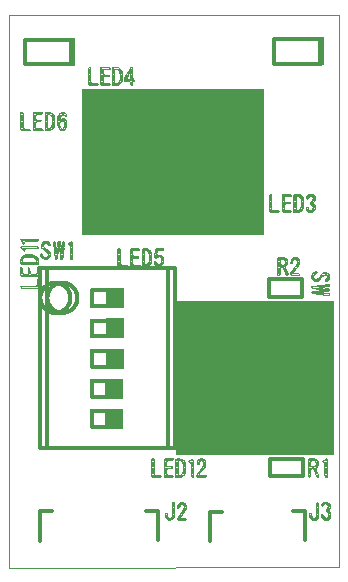
<source format=gto>
G75*
%MOIN*%
%OFA0B0*%
%FSLAX25Y25*%
%IPPOS*%
%LPD*%
%AMOC8*
5,1,8,0,0,1.08239X$1,22.5*
%
%ADD10C,0.00394*%
%ADD11R,0.61092X0.48807*%
%ADD12R,0.52663X0.51526*%
%ADD13C,0.01200*%
%ADD14R,0.06455X0.06630*%
%ADD15C,0.01417*%
%ADD16R,0.01038X0.01017*%
%ADD17R,0.02495X0.09466*%
%ADD18R,0.02495X0.09466*%
D10*
X0004414Y0002067D02*
X0114478Y0002130D01*
X0114478Y0186381D01*
X0004414Y0186319D01*
X0004414Y0002067D01*
X0052131Y0032341D02*
X0054493Y0032341D01*
X0055163Y0032459D01*
X0054842Y0032925D01*
X0053268Y0032925D01*
X0052650Y0033095D01*
X0052650Y0037819D01*
X0052480Y0038437D01*
X0051896Y0038234D01*
X0051896Y0035256D01*
X0051896Y0032894D01*
X0052131Y0032341D01*
X0051995Y0032660D02*
X0055025Y0032660D01*
X0056001Y0032848D02*
X0056283Y0032343D01*
X0058645Y0032343D01*
X0059268Y0032507D01*
X0058901Y0032927D01*
X0057326Y0032927D01*
X0056755Y0033143D01*
X0056755Y0034718D01*
X0056995Y0035265D01*
X0058570Y0035265D01*
X0058849Y0035773D01*
X0058138Y0035849D01*
X0057351Y0035849D01*
X0056755Y0036040D01*
X0056755Y0037615D01*
X0057304Y0037853D01*
X0058879Y0037853D01*
X0059101Y0038419D01*
X0058331Y0038437D01*
X0056757Y0038437D01*
X0056001Y0038405D01*
X0056001Y0035210D01*
X0056001Y0032848D01*
X0056001Y0033052D02*
X0056995Y0033052D01*
X0056755Y0033444D02*
X0056001Y0033444D01*
X0056001Y0033837D02*
X0056755Y0033837D01*
X0056755Y0034229D02*
X0056001Y0034229D01*
X0056001Y0034621D02*
X0056755Y0034621D01*
X0056885Y0035013D02*
X0056001Y0035013D01*
X0056001Y0035405D02*
X0058647Y0035405D01*
X0058617Y0035798D02*
X0056001Y0035798D01*
X0056001Y0036190D02*
X0056755Y0036190D01*
X0056755Y0036582D02*
X0056001Y0036582D01*
X0056001Y0036974D02*
X0056755Y0036974D01*
X0056755Y0037367D02*
X0056001Y0037367D01*
X0056001Y0037759D02*
X0057087Y0037759D01*
X0056001Y0038151D02*
X0058996Y0038151D01*
X0059939Y0038151D02*
X0061313Y0038151D01*
X0061410Y0038151D02*
X0062227Y0038151D01*
X0062173Y0038199D02*
X0061464Y0038382D01*
X0061329Y0037803D01*
X0061973Y0037463D01*
X0062345Y0036781D01*
X0062480Y0036006D01*
X0062514Y0035220D01*
X0062456Y0034436D01*
X0062234Y0033685D01*
X0061703Y0033115D01*
X0061461Y0033005D01*
X0060693Y0032936D01*
X0060693Y0037660D01*
X0061238Y0037812D01*
X0061367Y0038396D01*
X0060630Y0038432D01*
X0059939Y0038360D01*
X0059939Y0034765D01*
X0059938Y0032403D01*
X0060650Y0032352D01*
X0061435Y0032403D01*
X0062186Y0032622D01*
X0062768Y0033145D01*
X0063114Y0033846D01*
X0063224Y0034624D01*
X0063243Y0035411D01*
X0063219Y0036198D01*
X0063103Y0036975D01*
X0062755Y0037675D01*
X0062173Y0038199D01*
X0062662Y0037759D02*
X0061412Y0037759D01*
X0061046Y0037759D02*
X0059939Y0037759D01*
X0059939Y0037367D02*
X0060693Y0037367D01*
X0060693Y0036974D02*
X0059939Y0036974D01*
X0059939Y0036582D02*
X0060693Y0036582D01*
X0060693Y0036190D02*
X0059939Y0036190D01*
X0059939Y0035798D02*
X0060693Y0035798D01*
X0060693Y0035405D02*
X0059939Y0035405D01*
X0059939Y0035013D02*
X0060693Y0035013D01*
X0060693Y0034621D02*
X0059939Y0034621D01*
X0059939Y0034229D02*
X0060693Y0034229D01*
X0060693Y0033837D02*
X0059939Y0033837D01*
X0059939Y0033444D02*
X0060693Y0033444D01*
X0060693Y0033052D02*
X0059939Y0033052D01*
X0059938Y0032660D02*
X0062228Y0032660D01*
X0062665Y0033052D02*
X0061565Y0033052D01*
X0062010Y0033444D02*
X0062916Y0033444D01*
X0063109Y0033837D02*
X0062279Y0033837D01*
X0062395Y0034229D02*
X0063168Y0034229D01*
X0063223Y0034621D02*
X0062469Y0034621D01*
X0062498Y0035013D02*
X0063233Y0035013D01*
X0063243Y0035405D02*
X0062506Y0035405D01*
X0062489Y0035798D02*
X0063231Y0035798D01*
X0063219Y0036190D02*
X0062448Y0036190D01*
X0062379Y0036582D02*
X0063162Y0036582D01*
X0063103Y0036974D02*
X0062239Y0036974D01*
X0062025Y0037367D02*
X0062908Y0037367D01*
X0064169Y0037593D02*
X0064424Y0037185D01*
X0065049Y0037022D01*
X0065049Y0035447D01*
X0065049Y0034036D01*
X0065048Y0032462D01*
X0065714Y0032341D01*
X0065718Y0036273D01*
X0065716Y0037060D01*
X0065704Y0037848D01*
X0065432Y0038391D01*
X0064910Y0037813D01*
X0064169Y0037593D01*
X0064310Y0037367D02*
X0065711Y0037367D01*
X0065705Y0037759D02*
X0064728Y0037759D01*
X0065215Y0038151D02*
X0065552Y0038151D01*
X0065716Y0036974D02*
X0065049Y0036974D01*
X0065049Y0036582D02*
X0065717Y0036582D01*
X0065718Y0036190D02*
X0065049Y0036190D01*
X0065049Y0035798D02*
X0065718Y0035798D01*
X0065717Y0035405D02*
X0065049Y0035405D01*
X0065049Y0035013D02*
X0065717Y0035013D01*
X0065717Y0034621D02*
X0065049Y0034621D01*
X0065049Y0034229D02*
X0065716Y0034229D01*
X0065716Y0033837D02*
X0065049Y0033837D01*
X0065048Y0033444D02*
X0065715Y0033444D01*
X0065715Y0033052D02*
X0065048Y0033052D01*
X0065048Y0032660D02*
X0065715Y0032660D01*
X0066808Y0032577D02*
X0066815Y0032675D01*
X0067142Y0033388D01*
X0067564Y0034053D01*
X0068024Y0034692D01*
X0068514Y0035308D01*
X0068959Y0035957D01*
X0069178Y0036708D01*
X0069049Y0037474D01*
X0068410Y0037851D01*
X0067792Y0037424D01*
X0067646Y0036659D01*
X0067085Y0036433D01*
X0066997Y0037029D01*
X0067257Y0037769D01*
X0067810Y0038313D01*
X0068579Y0038420D01*
X0069321Y0038186D01*
X0069773Y0037554D01*
X0069904Y0036783D01*
X0069750Y0036015D01*
X0069358Y0035334D01*
X0068882Y0034707D01*
X0068382Y0034098D01*
X0067917Y0033463D01*
X0067695Y0032926D01*
X0069270Y0032926D01*
X0069992Y0032860D01*
X0069722Y0032342D01*
X0067360Y0032342D01*
X0066808Y0032577D01*
X0066814Y0032660D02*
X0069888Y0032660D01*
X0068190Y0033837D02*
X0067426Y0033837D01*
X0067178Y0033444D02*
X0067909Y0033444D01*
X0067748Y0033052D02*
X0066988Y0033052D01*
X0067690Y0034229D02*
X0068489Y0034229D01*
X0068812Y0034621D02*
X0067973Y0034621D01*
X0068279Y0035013D02*
X0069114Y0035013D01*
X0069399Y0035405D02*
X0068581Y0035405D01*
X0068850Y0035798D02*
X0069625Y0035798D01*
X0069785Y0036190D02*
X0069027Y0036190D01*
X0069141Y0036582D02*
X0069863Y0036582D01*
X0069871Y0036974D02*
X0069133Y0036974D01*
X0069067Y0037367D02*
X0069805Y0037367D01*
X0069627Y0037759D02*
X0068567Y0037759D01*
X0068277Y0037759D02*
X0067253Y0037759D01*
X0067116Y0037367D02*
X0067781Y0037367D01*
X0067706Y0036974D02*
X0067006Y0036974D01*
X0067063Y0036582D02*
X0067455Y0036582D01*
X0067645Y0038151D02*
X0069346Y0038151D01*
X0059134Y0032660D02*
X0056106Y0032660D01*
X0052805Y0033052D02*
X0051896Y0033052D01*
X0051896Y0033444D02*
X0052650Y0033444D01*
X0052650Y0033837D02*
X0051896Y0033837D01*
X0051896Y0034229D02*
X0052650Y0034229D01*
X0052650Y0034621D02*
X0051896Y0034621D01*
X0051896Y0035013D02*
X0052650Y0035013D01*
X0052650Y0035405D02*
X0051896Y0035405D01*
X0051896Y0035798D02*
X0052650Y0035798D01*
X0052650Y0036190D02*
X0051896Y0036190D01*
X0051896Y0036582D02*
X0052650Y0036582D01*
X0052650Y0036974D02*
X0051896Y0036974D01*
X0051896Y0037367D02*
X0052650Y0037367D01*
X0052650Y0037759D02*
X0051896Y0037759D01*
X0051896Y0038151D02*
X0052559Y0038151D01*
X0058765Y0023853D02*
X0058759Y0020703D01*
X0058740Y0019916D01*
X0058661Y0019134D01*
X0058167Y0018592D01*
X0057414Y0018712D01*
X0057116Y0019426D01*
X0057090Y0020212D01*
X0056407Y0020316D01*
X0056384Y0019625D01*
X0056551Y0018858D01*
X0056981Y0018209D01*
X0057913Y0017891D01*
X0058668Y0018087D01*
X0059227Y0018628D01*
X0059420Y0019386D01*
X0059466Y0020172D01*
X0059485Y0020959D01*
X0059525Y0023320D01*
X0059417Y0023988D01*
X0058765Y0023853D01*
X0058765Y0023639D02*
X0059473Y0023639D01*
X0059524Y0023247D02*
X0058764Y0023247D01*
X0058763Y0022855D02*
X0059517Y0022855D01*
X0059511Y0022462D02*
X0058763Y0022462D01*
X0058762Y0022070D02*
X0059504Y0022070D01*
X0059497Y0021678D02*
X0058761Y0021678D01*
X0058760Y0021286D02*
X0059491Y0021286D01*
X0059484Y0020894D02*
X0058760Y0020894D01*
X0058755Y0020501D02*
X0059474Y0020501D01*
X0059462Y0020109D02*
X0058745Y0020109D01*
X0058720Y0019717D02*
X0059439Y0019717D01*
X0059405Y0019325D02*
X0058680Y0019325D01*
X0058477Y0018933D02*
X0059305Y0018933D01*
X0059136Y0018540D02*
X0056761Y0018540D01*
X0056535Y0018933D02*
X0057322Y0018933D01*
X0057158Y0019325D02*
X0056449Y0019325D01*
X0056387Y0019717D02*
X0057106Y0019717D01*
X0057093Y0020109D02*
X0056400Y0020109D01*
X0057160Y0018148D02*
X0058731Y0018148D01*
X0060387Y0018315D02*
X0060819Y0017895D01*
X0063181Y0017895D01*
X0063540Y0018324D01*
X0062909Y0018479D01*
X0061334Y0018479D01*
X0061416Y0018943D01*
X0061877Y0019581D01*
X0062374Y0020191D01*
X0062855Y0020814D01*
X0063263Y0021487D01*
X0063449Y0022247D01*
X0063352Y0023023D01*
X0062940Y0023683D01*
X0062217Y0023964D01*
X0061440Y0023904D01*
X0060852Y0023400D01*
X0060566Y0022670D01*
X0060545Y0021986D01*
X0061195Y0022124D01*
X0061303Y0022897D01*
X0061871Y0023394D01*
X0062552Y0023105D01*
X0062732Y0022351D01*
X0062547Y0021591D01*
X0062117Y0020933D01*
X0061628Y0020316D01*
X0061163Y0019681D01*
X0060737Y0019019D01*
X0060387Y0018315D01*
X0060559Y0018148D02*
X0063393Y0018148D01*
X0061692Y0019325D02*
X0060933Y0019325D01*
X0060694Y0018933D02*
X0061414Y0018933D01*
X0061345Y0018540D02*
X0060499Y0018540D01*
X0061189Y0019717D02*
X0061987Y0019717D01*
X0062307Y0020109D02*
X0061477Y0020109D01*
X0061775Y0020501D02*
X0062614Y0020501D01*
X0062903Y0020894D02*
X0062086Y0020894D01*
X0062347Y0021286D02*
X0063141Y0021286D01*
X0063310Y0021678D02*
X0062568Y0021678D01*
X0062664Y0022070D02*
X0063406Y0022070D01*
X0063422Y0022462D02*
X0062706Y0022462D01*
X0062612Y0022855D02*
X0063373Y0022855D01*
X0063212Y0023247D02*
X0062217Y0023247D01*
X0061703Y0023247D02*
X0060792Y0023247D01*
X0060638Y0022855D02*
X0061297Y0022855D01*
X0061242Y0022462D02*
X0060559Y0022462D01*
X0060548Y0022070D02*
X0060941Y0022070D01*
X0061131Y0023639D02*
X0062967Y0023639D01*
X0104416Y0020170D02*
X0104510Y0019388D01*
X0104766Y0018648D01*
X0105332Y0018118D01*
X0105535Y0018036D01*
X0106314Y0018012D01*
X0107012Y0018357D01*
X0107426Y0019013D01*
X0107525Y0019792D01*
X0107555Y0020579D01*
X0107610Y0023728D01*
X0107172Y0024072D01*
X0106844Y0023612D01*
X0106842Y0021250D01*
X0106833Y0020463D01*
X0106800Y0019677D01*
X0106627Y0018916D01*
X0105924Y0018652D01*
X0105314Y0019063D01*
X0105170Y0019832D01*
X0104949Y0020400D01*
X0104416Y0020170D01*
X0104423Y0020109D02*
X0105062Y0020109D01*
X0105191Y0019717D02*
X0104471Y0019717D01*
X0104532Y0019325D02*
X0105265Y0019325D01*
X0105507Y0018933D02*
X0104667Y0018933D01*
X0104880Y0018540D02*
X0107128Y0018540D01*
X0107375Y0018933D02*
X0106631Y0018933D01*
X0106720Y0019325D02*
X0107465Y0019325D01*
X0107515Y0019717D02*
X0106802Y0019717D01*
X0106818Y0020109D02*
X0107537Y0020109D01*
X0107552Y0020501D02*
X0106834Y0020501D01*
X0106838Y0020894D02*
X0107560Y0020894D01*
X0107567Y0021286D02*
X0106842Y0021286D01*
X0106842Y0021678D02*
X0107574Y0021678D01*
X0107581Y0022070D02*
X0106843Y0022070D01*
X0106843Y0022462D02*
X0107588Y0022462D01*
X0107595Y0022855D02*
X0106843Y0022855D01*
X0106844Y0023247D02*
X0107601Y0023247D01*
X0107608Y0023639D02*
X0106863Y0023639D01*
X0107143Y0024031D02*
X0107224Y0024031D01*
X0108793Y0023247D02*
X0109598Y0023247D01*
X0109831Y0023519D02*
X0110533Y0023288D01*
X0110776Y0022553D01*
X0110611Y0021798D01*
X0109954Y0021413D01*
X0109964Y0020839D01*
X0110649Y0020522D01*
X0110856Y0019775D01*
X0110730Y0019006D01*
X0110092Y0018581D01*
X0109384Y0018846D01*
X0109107Y0019565D01*
X0108503Y0019816D01*
X0108491Y0019164D01*
X0108813Y0018454D01*
X0109597Y0018018D01*
X0110381Y0018019D01*
X0111068Y0018378D01*
X0111488Y0019036D01*
X0111599Y0019809D01*
X0111355Y0020548D01*
X0110768Y0021056D01*
X0111140Y0021590D01*
X0111445Y0022295D01*
X0111387Y0023078D01*
X0110982Y0023736D01*
X0110279Y0024060D01*
X0109503Y0023983D01*
X0108908Y0023487D01*
X0108571Y0022781D01*
X0108889Y0022421D01*
X0109831Y0023519D01*
X0109990Y0024031D02*
X0110341Y0024031D01*
X0111042Y0023639D02*
X0109090Y0023639D01*
X0109261Y0022855D02*
X0108606Y0022855D01*
X0108853Y0022462D02*
X0108925Y0022462D01*
X0109956Y0021286D02*
X0110928Y0021286D01*
X0110956Y0020894D02*
X0109963Y0020894D01*
X0110655Y0020501D02*
X0111371Y0020501D01*
X0111500Y0020109D02*
X0110763Y0020109D01*
X0110846Y0019717D02*
X0111586Y0019717D01*
X0111530Y0019325D02*
X0110782Y0019325D01*
X0110620Y0018933D02*
X0111423Y0018933D01*
X0111172Y0018540D02*
X0108773Y0018540D01*
X0108596Y0018933D02*
X0109350Y0018933D01*
X0109199Y0019325D02*
X0108494Y0019325D01*
X0108502Y0019717D02*
X0108740Y0019717D01*
X0109362Y0018148D02*
X0110628Y0018148D01*
X0110407Y0021678D02*
X0111178Y0021678D01*
X0111348Y0022070D02*
X0110671Y0022070D01*
X0110756Y0022462D02*
X0111433Y0022462D01*
X0111404Y0022855D02*
X0110676Y0022855D01*
X0110547Y0023247D02*
X0111283Y0023247D01*
X0106590Y0018148D02*
X0105299Y0018148D01*
X0104456Y0032342D02*
X0104927Y0032659D01*
X0104927Y0035021D01*
X0105506Y0035169D01*
X0105544Y0035773D01*
X0104926Y0035886D01*
X0104926Y0037460D01*
X0105322Y0037852D01*
X0106102Y0037775D01*
X0106682Y0037285D01*
X0106729Y0036508D01*
X0106347Y0035918D01*
X0105640Y0035774D01*
X0105587Y0035145D01*
X0106008Y0034701D01*
X0106838Y0032489D01*
X0107521Y0032369D01*
X0107381Y0033062D01*
X0106531Y0035259D01*
X0107146Y0035741D01*
X0107450Y0036459D01*
X0107427Y0037241D01*
X0107079Y0037938D01*
X0106426Y0038357D01*
X0105642Y0038417D01*
X0104855Y0038437D01*
X0104172Y0038349D01*
X0104172Y0035987D01*
X0104172Y0035209D01*
X0104173Y0032847D01*
X0104456Y0032342D01*
X0104277Y0032660D02*
X0104927Y0032660D01*
X0104927Y0033052D02*
X0104173Y0033052D01*
X0104173Y0033444D02*
X0104927Y0033444D01*
X0104927Y0033837D02*
X0104172Y0033837D01*
X0104172Y0034229D02*
X0104927Y0034229D01*
X0104927Y0034621D02*
X0104172Y0034621D01*
X0104172Y0035013D02*
X0104927Y0035013D01*
X0105521Y0035405D02*
X0104172Y0035405D01*
X0104172Y0035798D02*
X0105411Y0035798D01*
X0105755Y0035798D02*
X0107170Y0035798D01*
X0107336Y0036190D02*
X0106523Y0036190D01*
X0106725Y0036582D02*
X0107446Y0036582D01*
X0107435Y0036974D02*
X0106701Y0036974D01*
X0106585Y0037367D02*
X0107364Y0037367D01*
X0107168Y0037759D02*
X0106121Y0037759D01*
X0106747Y0038151D02*
X0104172Y0038151D01*
X0104172Y0037759D02*
X0105228Y0037759D01*
X0104926Y0037367D02*
X0104172Y0037367D01*
X0104172Y0036974D02*
X0104926Y0036974D01*
X0104926Y0036582D02*
X0104172Y0036582D01*
X0104172Y0036190D02*
X0104926Y0036190D01*
X0105609Y0035405D02*
X0106717Y0035405D01*
X0106626Y0035013D02*
X0105713Y0035013D01*
X0106038Y0034621D02*
X0106778Y0034621D01*
X0106930Y0034229D02*
X0106185Y0034229D01*
X0106332Y0033837D02*
X0107082Y0033837D01*
X0107234Y0033444D02*
X0106480Y0033444D01*
X0106627Y0033052D02*
X0107384Y0033052D01*
X0107462Y0032660D02*
X0106774Y0032660D01*
X0109623Y0032660D02*
X0110370Y0032660D01*
X0110370Y0032386D02*
X0110370Y0037897D01*
X0110123Y0038432D01*
X0109605Y0037865D01*
X0108879Y0037601D01*
X0109016Y0037185D01*
X0109617Y0036998D01*
X0109617Y0034692D01*
X0109617Y0033117D01*
X0109628Y0032341D01*
X0110370Y0032386D01*
X0110370Y0033052D02*
X0109618Y0033052D01*
X0109617Y0033444D02*
X0110370Y0033444D01*
X0110370Y0033837D02*
X0109617Y0033837D01*
X0109617Y0034229D02*
X0110370Y0034229D01*
X0110370Y0034621D02*
X0109617Y0034621D01*
X0109617Y0035013D02*
X0110370Y0035013D01*
X0110370Y0035405D02*
X0109617Y0035405D01*
X0109617Y0035798D02*
X0110370Y0035798D01*
X0110370Y0036190D02*
X0109617Y0036190D01*
X0109617Y0036582D02*
X0110370Y0036582D01*
X0110370Y0036974D02*
X0109617Y0036974D01*
X0108956Y0037367D02*
X0110370Y0037367D01*
X0110370Y0037759D02*
X0109314Y0037759D01*
X0109866Y0038151D02*
X0110253Y0038151D01*
X0111091Y0092887D02*
X0110306Y0092941D01*
X0107958Y0093201D01*
X0107712Y0093232D01*
X0105367Y0093512D01*
X0105121Y0094065D01*
X0105880Y0094243D01*
X0109006Y0094621D01*
X0109444Y0094800D01*
X0108665Y0094912D01*
X0107884Y0095013D01*
X0105540Y0095300D01*
X0105099Y0095726D01*
X0105690Y0096040D01*
X0108819Y0096394D01*
X0110385Y0096564D01*
X0111168Y0096637D01*
X0111058Y0096044D01*
X0110278Y0095940D01*
X0108711Y0095786D01*
X0107928Y0095697D01*
X0107787Y0095527D01*
X0108566Y0095421D01*
X0110911Y0095136D01*
X0111277Y0094648D01*
X0110648Y0094354D01*
X0109868Y0094245D01*
X0108306Y0094047D01*
X0107526Y0093938D01*
X0108105Y0093783D01*
X0109671Y0093615D01*
X0111237Y0093462D01*
X0111091Y0092887D01*
X0111135Y0093061D02*
X0109225Y0093061D01*
X0109810Y0094237D02*
X0105856Y0094237D01*
X0105219Y0093845D02*
X0107872Y0093845D01*
X0107816Y0095022D02*
X0110997Y0095022D01*
X0111238Y0094630D02*
X0109028Y0094630D01*
X0108628Y0095414D02*
X0105422Y0095414D01*
X0105250Y0095806D02*
X0108919Y0095806D01*
X0107087Y0096198D02*
X0111086Y0096198D01*
X0111160Y0096591D02*
X0110670Y0096591D01*
X0110446Y0097749D02*
X0111039Y0098247D01*
X0111264Y0098993D01*
X0111090Y0099751D01*
X0110564Y0100326D01*
X0109823Y0100562D01*
X0109057Y0100424D01*
X0108466Y0099911D01*
X0107983Y0099290D01*
X0107521Y0098652D01*
X0106918Y0098171D01*
X0106162Y0098315D01*
X0105774Y0098970D01*
X0105936Y0099723D01*
X0106619Y0100060D01*
X0107020Y0100449D01*
X0106623Y0100774D01*
X0105877Y0100535D01*
X0105337Y0099977D01*
X0105136Y0099221D01*
X0105251Y0098449D01*
X0105701Y0097813D01*
X0106402Y0097472D01*
X0107187Y0097473D01*
X0107810Y0097920D01*
X0108282Y0098550D01*
X0108741Y0099189D01*
X0109302Y0099738D01*
X0110053Y0099857D01*
X0110594Y0099327D01*
X0110437Y0098594D01*
X0109731Y0098302D01*
X0109688Y0097588D01*
X0110446Y0097749D01*
X0110468Y0097767D02*
X0109699Y0097767D01*
X0109723Y0098159D02*
X0110934Y0098159D01*
X0111131Y0098552D02*
X0110334Y0098552D01*
X0110512Y0098944D02*
X0111250Y0098944D01*
X0111186Y0099336D02*
X0110584Y0099336D01*
X0110184Y0099728D02*
X0111096Y0099728D01*
X0110752Y0100120D02*
X0108708Y0100120D01*
X0108324Y0099728D02*
X0109292Y0099728D01*
X0108891Y0099336D02*
X0108019Y0099336D01*
X0107732Y0098944D02*
X0108565Y0098944D01*
X0108283Y0098552D02*
X0107395Y0098552D01*
X0107989Y0098159D02*
X0105456Y0098159D01*
X0105236Y0098552D02*
X0106022Y0098552D01*
X0105790Y0098944D02*
X0105177Y0098944D01*
X0105167Y0099336D02*
X0105853Y0099336D01*
X0105946Y0099728D02*
X0105271Y0099728D01*
X0105476Y0100120D02*
X0106682Y0100120D01*
X0106942Y0100513D02*
X0105856Y0100513D01*
X0105795Y0097767D02*
X0107597Y0097767D01*
X0109548Y0100513D02*
X0109979Y0100513D01*
X0111235Y0093453D02*
X0105859Y0093453D01*
X0101240Y0099832D02*
X0100767Y0100146D01*
X0099193Y0100146D01*
X0099026Y0100477D01*
X0099480Y0101121D01*
X0100461Y0102352D01*
X0100890Y0103011D01*
X0101134Y0103755D01*
X0101094Y0104537D01*
X0100751Y0105237D01*
X0100073Y0105605D01*
X0099291Y0105618D01*
X0098644Y0105197D01*
X0098305Y0104492D01*
X0098160Y0103719D01*
X0098872Y0103654D01*
X0098950Y0104414D01*
X0099418Y0105014D01*
X0100150Y0104894D01*
X0100430Y0104178D01*
X0100307Y0103406D01*
X0099911Y0102728D01*
X0099425Y0102109D01*
X0098954Y0101479D01*
X0098518Y0100823D01*
X0098143Y0100132D01*
X0098360Y0099562D01*
X0100722Y0099562D01*
X0101240Y0099832D01*
X0101041Y0099728D02*
X0098297Y0099728D01*
X0098147Y0100120D02*
X0100806Y0100120D01*
X0099620Y0101297D02*
X0098833Y0101297D01*
X0098573Y0100905D02*
X0099327Y0100905D01*
X0099051Y0100513D02*
X0098350Y0100513D01*
X0097220Y0100120D02*
X0096463Y0100120D01*
X0096865Y0099563D01*
X0097312Y0099874D01*
X0097036Y0100611D01*
X0096462Y0102077D01*
X0096608Y0102665D01*
X0097103Y0103264D01*
X0097258Y0104029D01*
X0097093Y0104793D01*
X0096597Y0105392D01*
X0095858Y0105620D01*
X0095071Y0105647D01*
X0094284Y0105666D01*
X0093951Y0105219D01*
X0093951Y0102857D01*
X0093951Y0102078D01*
X0093952Y0099716D01*
X0094586Y0099563D01*
X0094706Y0100230D01*
X0094706Y0101805D01*
X0094881Y0102355D01*
X0094994Y0103027D01*
X0094706Y0103458D01*
X0094706Y0105033D01*
X0095453Y0105067D01*
X0096197Y0104846D01*
X0096534Y0104164D01*
X0096390Y0103402D01*
X0095807Y0103005D01*
X0095070Y0102987D01*
X0094944Y0102397D01*
X0095634Y0102331D01*
X0096463Y0100120D01*
X0096316Y0100513D02*
X0097073Y0100513D01*
X0096921Y0100905D02*
X0096169Y0100905D01*
X0096022Y0101297D02*
X0096768Y0101297D01*
X0096614Y0101689D02*
X0095875Y0101689D01*
X0095727Y0102082D02*
X0096463Y0102082D01*
X0096561Y0102474D02*
X0094961Y0102474D01*
X0094901Y0102474D02*
X0093951Y0102474D01*
X0093951Y0102866D02*
X0094966Y0102866D01*
X0095044Y0102866D02*
X0096775Y0102866D01*
X0097099Y0103258D02*
X0096179Y0103258D01*
X0096437Y0103650D02*
X0097181Y0103650D01*
X0097255Y0104043D02*
X0096511Y0104043D01*
X0096400Y0104435D02*
X0097170Y0104435D01*
X0097065Y0104827D02*
X0096206Y0104827D01*
X0096740Y0105219D02*
X0093951Y0105219D01*
X0093951Y0104827D02*
X0094706Y0104827D01*
X0094706Y0104435D02*
X0093951Y0104435D01*
X0093951Y0104043D02*
X0094706Y0104043D01*
X0094706Y0103650D02*
X0093951Y0103650D01*
X0093951Y0103258D02*
X0094839Y0103258D01*
X0094794Y0102082D02*
X0093951Y0102082D01*
X0093951Y0101689D02*
X0094706Y0101689D01*
X0094706Y0101297D02*
X0093951Y0101297D01*
X0093952Y0100905D02*
X0094706Y0100905D01*
X0094706Y0100513D02*
X0093952Y0100513D01*
X0093952Y0100120D02*
X0094686Y0100120D01*
X0094615Y0099728D02*
X0093952Y0099728D01*
X0096746Y0099728D02*
X0097103Y0099728D01*
X0099111Y0101689D02*
X0099933Y0101689D01*
X0100245Y0102082D02*
X0099405Y0102082D01*
X0099712Y0102474D02*
X0100540Y0102474D01*
X0100796Y0102866D02*
X0099992Y0102866D01*
X0100221Y0103258D02*
X0100971Y0103258D01*
X0101100Y0103650D02*
X0100346Y0103650D01*
X0100409Y0104043D02*
X0101119Y0104043D01*
X0101100Y0104435D02*
X0100330Y0104435D01*
X0100176Y0104827D02*
X0100952Y0104827D01*
X0100760Y0105219D02*
X0098678Y0105219D01*
X0098466Y0104827D02*
X0099272Y0104827D01*
X0098966Y0104435D02*
X0098294Y0104435D01*
X0098221Y0104043D02*
X0098912Y0104043D01*
X0099281Y0105611D02*
X0099681Y0105611D01*
X0095884Y0105611D02*
X0094243Y0105611D01*
X0093911Y0120526D02*
X0091548Y0120526D01*
X0091186Y0120952D01*
X0091187Y0123313D01*
X0091187Y0123929D01*
X0091187Y0126292D01*
X0091644Y0126622D01*
X0091940Y0126131D01*
X0091940Y0121407D01*
X0092431Y0121110D01*
X0094006Y0121110D01*
X0094453Y0120771D01*
X0093911Y0120526D01*
X0094273Y0120908D02*
X0091224Y0120908D01*
X0091186Y0121300D02*
X0092117Y0121300D01*
X0091940Y0121692D02*
X0091186Y0121692D01*
X0091186Y0122084D02*
X0091940Y0122084D01*
X0091940Y0122477D02*
X0091186Y0122477D01*
X0091187Y0122869D02*
X0091940Y0122869D01*
X0091940Y0123261D02*
X0091187Y0123261D01*
X0091187Y0123653D02*
X0091940Y0123653D01*
X0091940Y0124045D02*
X0091187Y0124045D01*
X0091187Y0124438D02*
X0091940Y0124438D01*
X0091940Y0124830D02*
X0091187Y0124830D01*
X0091187Y0125222D02*
X0091940Y0125222D01*
X0091940Y0125614D02*
X0091187Y0125614D01*
X0091187Y0126006D02*
X0091940Y0126006D01*
X0091779Y0126399D02*
X0091335Y0126399D01*
X0095292Y0126399D02*
X0098288Y0126399D01*
X0098282Y0126622D02*
X0095920Y0126622D01*
X0095292Y0126463D01*
X0095292Y0123267D01*
X0095292Y0120905D01*
X0095702Y0120527D01*
X0098064Y0120527D01*
X0098559Y0120820D01*
X0098063Y0121111D01*
X0096488Y0121111D01*
X0096046Y0121456D01*
X0096046Y0123031D01*
X0096414Y0123449D01*
X0097989Y0123449D01*
X0098088Y0124034D01*
X0096514Y0124034D01*
X0096046Y0124353D01*
X0096046Y0125928D01*
X0096723Y0126038D01*
X0098298Y0126038D01*
X0098282Y0126622D01*
X0099229Y0126416D02*
X0099229Y0122821D01*
X0099229Y0121246D01*
X0099282Y0120514D01*
X0100069Y0120541D01*
X0100804Y0120602D01*
X0100579Y0121164D01*
X0099983Y0121249D01*
X0099983Y0125973D01*
X0100701Y0125978D01*
X0101352Y0125554D01*
X0101667Y0124841D01*
X0101782Y0124063D01*
X0101801Y0123276D01*
X0101726Y0122493D01*
X0101457Y0121760D01*
X0100880Y0121238D01*
X0100675Y0121172D01*
X0100899Y0120623D01*
X0101587Y0120874D01*
X0102135Y0121433D01*
X0102434Y0122156D01*
X0102521Y0122937D01*
X0102532Y0123725D01*
X0102500Y0124511D01*
X0102357Y0125283D01*
X0101962Y0125957D01*
X0101348Y0126441D01*
X0100579Y0126588D01*
X0099792Y0126621D01*
X0099229Y0126416D01*
X0099229Y0126399D02*
X0101402Y0126399D01*
X0101899Y0126006D02*
X0099229Y0126006D01*
X0099229Y0125614D02*
X0099983Y0125614D01*
X0099983Y0125222D02*
X0099229Y0125222D01*
X0099229Y0124830D02*
X0099983Y0124830D01*
X0099983Y0124438D02*
X0099229Y0124438D01*
X0099229Y0124045D02*
X0099983Y0124045D01*
X0099983Y0123653D02*
X0099229Y0123653D01*
X0099229Y0123261D02*
X0099983Y0123261D01*
X0099983Y0122869D02*
X0099229Y0122869D01*
X0099229Y0122477D02*
X0099983Y0122477D01*
X0099983Y0122084D02*
X0099229Y0122084D01*
X0099229Y0121692D02*
X0099983Y0121692D01*
X0099983Y0121300D02*
X0099229Y0121300D01*
X0099254Y0120908D02*
X0100682Y0120908D01*
X0100783Y0120908D02*
X0101620Y0120908D01*
X0102004Y0121300D02*
X0100948Y0121300D01*
X0101382Y0121692D02*
X0102242Y0121692D01*
X0102405Y0122084D02*
X0101576Y0122084D01*
X0101720Y0122477D02*
X0102470Y0122477D01*
X0102514Y0122869D02*
X0101762Y0122869D01*
X0101800Y0123261D02*
X0102526Y0123261D01*
X0102531Y0123653D02*
X0101792Y0123653D01*
X0101783Y0124045D02*
X0102519Y0124045D01*
X0102503Y0124438D02*
X0101727Y0124438D01*
X0101669Y0124830D02*
X0102441Y0124830D01*
X0102368Y0125222D02*
X0101499Y0125222D01*
X0101259Y0125614D02*
X0102163Y0125614D01*
X0103477Y0125504D02*
X0103714Y0124951D01*
X0104167Y0125419D01*
X0104646Y0126025D01*
X0105366Y0125868D01*
X0105667Y0125156D01*
X0105508Y0124399D01*
X0104882Y0123954D01*
X0104821Y0123389D01*
X0105495Y0123052D01*
X0105754Y0122318D01*
X0105602Y0121558D01*
X0104967Y0121135D01*
X0104253Y0121369D01*
X0104005Y0122098D01*
X0103416Y0122363D01*
X0103327Y0121768D01*
X0103655Y0121060D01*
X0104343Y0120610D01*
X0105121Y0120550D01*
X0105848Y0120833D01*
X0106299Y0121464D01*
X0106451Y0122232D01*
X0106275Y0122991D01*
X0105727Y0123538D01*
X0105919Y0124012D01*
X0106291Y0124695D01*
X0106303Y0125474D01*
X0105967Y0126180D01*
X0105304Y0126564D01*
X0104522Y0126600D01*
X0103874Y0126177D01*
X0103477Y0125504D01*
X0103542Y0125614D02*
X0104322Y0125614D01*
X0104631Y0126006D02*
X0103773Y0126006D01*
X0104214Y0126399D02*
X0105590Y0126399D01*
X0106049Y0126006D02*
X0104731Y0126006D01*
X0105474Y0125614D02*
X0106236Y0125614D01*
X0106299Y0125222D02*
X0105640Y0125222D01*
X0105599Y0124830D02*
X0106293Y0124830D01*
X0106150Y0124438D02*
X0105516Y0124438D01*
X0105937Y0124045D02*
X0105010Y0124045D01*
X0104850Y0123653D02*
X0105774Y0123653D01*
X0106005Y0123261D02*
X0105076Y0123261D01*
X0105560Y0122869D02*
X0106304Y0122869D01*
X0106395Y0122477D02*
X0105698Y0122477D01*
X0105707Y0122084D02*
X0106422Y0122084D01*
X0106345Y0121692D02*
X0105628Y0121692D01*
X0105214Y0121300D02*
X0106182Y0121300D01*
X0105901Y0120908D02*
X0103887Y0120908D01*
X0103544Y0121300D02*
X0104463Y0121300D01*
X0104143Y0121692D02*
X0103362Y0121692D01*
X0103374Y0122084D02*
X0104010Y0122084D01*
X0103976Y0125222D02*
X0103598Y0125222D01*
X0099331Y0120516D02*
X0099282Y0120516D01*
X0098410Y0120908D02*
X0095292Y0120908D01*
X0095292Y0121300D02*
X0096246Y0121300D01*
X0096046Y0121692D02*
X0095292Y0121692D01*
X0095292Y0122084D02*
X0096046Y0122084D01*
X0096046Y0122477D02*
X0095292Y0122477D01*
X0095292Y0122869D02*
X0096046Y0122869D01*
X0096248Y0123261D02*
X0095292Y0123261D01*
X0095292Y0123653D02*
X0098024Y0123653D01*
X0096496Y0124045D02*
X0095292Y0124045D01*
X0095292Y0124438D02*
X0096046Y0124438D01*
X0096046Y0124830D02*
X0095292Y0124830D01*
X0095292Y0125222D02*
X0096046Y0125222D01*
X0096046Y0125614D02*
X0095292Y0125614D01*
X0095292Y0126006D02*
X0096531Y0126006D01*
X0055668Y0108581D02*
X0055631Y0107997D01*
X0054057Y0107997D01*
X0053631Y0107589D01*
X0053577Y0106804D01*
X0053628Y0106108D01*
X0054357Y0106390D01*
X0055124Y0106274D01*
X0055637Y0105694D01*
X0055850Y0104940D01*
X0055835Y0104155D01*
X0055610Y0103404D01*
X0055132Y0102790D01*
X0054405Y0102507D01*
X0053628Y0102574D01*
X0053172Y0102858D01*
X0052793Y0103539D01*
X0052799Y0104229D01*
X0053404Y0103990D01*
X0053700Y0103281D01*
X0054427Y0103105D01*
X0054974Y0103641D01*
X0055147Y0104404D01*
X0055078Y0105185D01*
X0054659Y0105828D01*
X0053921Y0105733D01*
X0053302Y0105261D01*
X0052873Y0105605D01*
X0052921Y0106391D01*
X0052996Y0107963D01*
X0053307Y0108559D01*
X0054093Y0108580D01*
X0055668Y0108581D01*
X0055654Y0108357D02*
X0053201Y0108357D01*
X0052997Y0107965D02*
X0054023Y0107965D01*
X0053630Y0107573D02*
X0052977Y0107573D01*
X0052958Y0107180D02*
X0053603Y0107180D01*
X0053579Y0106788D02*
X0052940Y0106788D01*
X0052921Y0106396D02*
X0053607Y0106396D01*
X0053761Y0105611D02*
X0052873Y0105611D01*
X0052897Y0106004D02*
X0055364Y0106004D01*
X0055661Y0105611D02*
X0054800Y0105611D01*
X0055055Y0105219D02*
X0055771Y0105219D01*
X0055847Y0104827D02*
X0055110Y0104827D01*
X0055144Y0104435D02*
X0055840Y0104435D01*
X0055801Y0104043D02*
X0055065Y0104043D01*
X0054976Y0103650D02*
X0055684Y0103650D01*
X0055496Y0103258D02*
X0054583Y0103258D01*
X0055191Y0102866D02*
X0053167Y0102866D01*
X0052950Y0103258D02*
X0053794Y0103258D01*
X0053546Y0103650D02*
X0052794Y0103650D01*
X0052797Y0104043D02*
X0053270Y0104043D01*
X0051861Y0104259D02*
X0051926Y0105043D01*
X0051930Y0105830D01*
X0051885Y0106616D01*
X0051705Y0107380D01*
X0051260Y0108022D01*
X0050610Y0108451D01*
X0049832Y0108556D01*
X0049045Y0108585D01*
X0048629Y0108228D01*
X0048629Y0103058D01*
X0048829Y0102478D01*
X0049566Y0102505D01*
X0049840Y0103111D01*
X0049383Y0103356D01*
X0049383Y0107292D01*
X0049466Y0107996D01*
X0050238Y0107886D01*
X0050840Y0107395D01*
X0051098Y0106656D01*
X0051192Y0105875D01*
X0051195Y0105088D01*
X0051098Y0104308D01*
X0050770Y0103601D01*
X0049925Y0103113D01*
X0049664Y0102512D01*
X0050397Y0102592D01*
X0051104Y0102921D01*
X0051613Y0103516D01*
X0051861Y0104259D01*
X0051875Y0104435D02*
X0051113Y0104435D01*
X0051162Y0104827D02*
X0051908Y0104827D01*
X0051927Y0105219D02*
X0051195Y0105219D01*
X0051193Y0105611D02*
X0051929Y0105611D01*
X0051920Y0106004D02*
X0051177Y0106004D01*
X0051129Y0106396D02*
X0051897Y0106396D01*
X0051844Y0106788D02*
X0051052Y0106788D01*
X0050915Y0107180D02*
X0051752Y0107180D01*
X0051572Y0107573D02*
X0050623Y0107573D01*
X0051300Y0107965D02*
X0049687Y0107965D01*
X0049463Y0107965D02*
X0048629Y0107965D01*
X0048629Y0107573D02*
X0049416Y0107573D01*
X0049383Y0107180D02*
X0048629Y0107180D01*
X0048629Y0106788D02*
X0049383Y0106788D01*
X0049383Y0106396D02*
X0048629Y0106396D01*
X0048629Y0106004D02*
X0049383Y0106004D01*
X0049383Y0105611D02*
X0048629Y0105611D01*
X0048629Y0105219D02*
X0049383Y0105219D01*
X0049383Y0104827D02*
X0048629Y0104827D01*
X0048629Y0104435D02*
X0049383Y0104435D01*
X0049383Y0104043D02*
X0048629Y0104043D01*
X0048629Y0103650D02*
X0049383Y0103650D01*
X0049565Y0103258D02*
X0048629Y0103258D01*
X0048695Y0102866D02*
X0049729Y0102866D01*
X0049818Y0102866D02*
X0050985Y0102866D01*
X0051392Y0103258D02*
X0050177Y0103258D01*
X0050793Y0103650D02*
X0051658Y0103650D01*
X0051788Y0104043D02*
X0050975Y0104043D01*
X0047959Y0102925D02*
X0047610Y0102486D01*
X0045248Y0102486D01*
X0044691Y0102717D01*
X0044691Y0105078D01*
X0044691Y0108276D01*
X0045174Y0108581D01*
X0047536Y0108581D01*
X0047791Y0108049D01*
X0047056Y0107997D01*
X0045481Y0107997D01*
X0045445Y0107245D01*
X0045445Y0106458D01*
X0045767Y0105992D01*
X0047342Y0105992D01*
X0047535Y0105408D01*
X0045960Y0105408D01*
X0045445Y0105136D01*
X0045445Y0103561D01*
X0045742Y0103070D01*
X0047316Y0103070D01*
X0047959Y0102925D01*
X0047912Y0102866D02*
X0044691Y0102866D01*
X0044691Y0103258D02*
X0045628Y0103258D01*
X0045445Y0103650D02*
X0044691Y0103650D01*
X0044691Y0104043D02*
X0045445Y0104043D01*
X0045445Y0104435D02*
X0044691Y0104435D01*
X0044691Y0104827D02*
X0045445Y0104827D01*
X0045603Y0105219D02*
X0044691Y0105219D01*
X0044691Y0105611D02*
X0047468Y0105611D01*
X0045759Y0106004D02*
X0044691Y0106004D01*
X0044691Y0106396D02*
X0045488Y0106396D01*
X0045445Y0106788D02*
X0044691Y0106788D01*
X0044691Y0107180D02*
X0045445Y0107180D01*
X0045461Y0107573D02*
X0044691Y0107573D01*
X0044691Y0107965D02*
X0045480Y0107965D01*
X0044820Y0108357D02*
X0047643Y0108357D01*
X0048779Y0108357D02*
X0050752Y0108357D01*
X0043853Y0102875D02*
X0043260Y0103069D01*
X0041686Y0103069D01*
X0041340Y0103511D01*
X0041340Y0108235D01*
X0040898Y0108581D01*
X0040586Y0108105D01*
X0040586Y0105743D01*
X0040586Y0105126D01*
X0040586Y0102764D01*
X0041094Y0102485D01*
X0043456Y0102485D01*
X0043853Y0102875D01*
X0043844Y0102866D02*
X0040586Y0102866D01*
X0040586Y0103258D02*
X0041538Y0103258D01*
X0041340Y0103650D02*
X0040586Y0103650D01*
X0040586Y0104043D02*
X0041340Y0104043D01*
X0041340Y0104435D02*
X0040586Y0104435D01*
X0040586Y0104827D02*
X0041340Y0104827D01*
X0041340Y0105219D02*
X0040586Y0105219D01*
X0040586Y0105611D02*
X0041340Y0105611D01*
X0041340Y0106004D02*
X0040586Y0106004D01*
X0040586Y0106396D02*
X0041340Y0106396D01*
X0041340Y0106788D02*
X0040586Y0106788D01*
X0040586Y0107180D02*
X0041340Y0107180D01*
X0041340Y0107573D02*
X0040586Y0107573D01*
X0040586Y0107965D02*
X0041340Y0107965D01*
X0041184Y0108357D02*
X0040751Y0108357D01*
X0025507Y0108357D02*
X0024773Y0108357D01*
X0024785Y0107990D02*
X0024799Y0107203D01*
X0024800Y0106416D01*
X0024779Y0105685D01*
X0024739Y0104910D01*
X0025507Y0104929D01*
X0025507Y0110440D01*
X0025286Y0111005D01*
X0024787Y0110434D01*
X0024054Y0110176D01*
X0024129Y0109755D01*
X0024733Y0109564D01*
X0024785Y0107990D01*
X0024785Y0107965D02*
X0025507Y0107965D01*
X0025507Y0107573D02*
X0024792Y0107573D01*
X0024799Y0107180D02*
X0025507Y0107180D01*
X0025507Y0106788D02*
X0024800Y0106788D01*
X0024799Y0106396D02*
X0025507Y0106396D01*
X0025507Y0106004D02*
X0024788Y0106004D01*
X0024775Y0105611D02*
X0025507Y0105611D01*
X0025507Y0105219D02*
X0024755Y0105219D01*
X0022313Y0105611D02*
X0021506Y0105611D01*
X0021488Y0105782D02*
X0021569Y0104999D01*
X0022246Y0105018D01*
X0022865Y0110494D01*
X0022581Y0111004D01*
X0022225Y0110535D01*
X0022154Y0109751D01*
X0022075Y0108968D01*
X0021989Y0108185D01*
X0021889Y0107404D01*
X0021759Y0107679D01*
X0021659Y0108460D01*
X0021378Y0110805D01*
X0020736Y0110981D01*
X0020537Y0110234D01*
X0020266Y0107887D01*
X0020133Y0107376D01*
X0020019Y0108155D01*
X0019921Y0108936D01*
X0019831Y0109719D01*
X0019752Y0110502D01*
X0019379Y0111006D01*
X0019109Y0110561D01*
X0019470Y0107433D01*
X0019723Y0105085D01*
X0019764Y0104956D01*
X0020404Y0105140D01*
X0020526Y0105917D01*
X0020808Y0108263D01*
X0020918Y0109042D01*
X0021067Y0108903D01*
X0021181Y0108124D01*
X0021391Y0106564D01*
X0021488Y0105782D01*
X0021460Y0106004D02*
X0022357Y0106004D01*
X0022402Y0106396D02*
X0021412Y0106396D01*
X0021361Y0106788D02*
X0022446Y0106788D01*
X0022490Y0107180D02*
X0021308Y0107180D01*
X0021255Y0107573D02*
X0021809Y0107573D01*
X0021910Y0107573D02*
X0022535Y0107573D01*
X0022579Y0107965D02*
X0021960Y0107965D01*
X0021722Y0107965D02*
X0021202Y0107965D01*
X0021147Y0108357D02*
X0021672Y0108357D01*
X0022008Y0108357D02*
X0022623Y0108357D01*
X0022668Y0108749D02*
X0022051Y0108749D01*
X0022093Y0109141D02*
X0022712Y0109141D01*
X0022756Y0109534D02*
X0022132Y0109534D01*
X0022170Y0109926D02*
X0022800Y0109926D01*
X0022845Y0110318D02*
X0022205Y0110318D01*
X0022358Y0110710D02*
X0022744Y0110710D01*
X0021389Y0110710D02*
X0020664Y0110710D01*
X0020560Y0110318D02*
X0021436Y0110318D01*
X0021483Y0109926D02*
X0020502Y0109926D01*
X0020456Y0109534D02*
X0021530Y0109534D01*
X0021577Y0109141D02*
X0020411Y0109141D01*
X0020365Y0108749D02*
X0020877Y0108749D01*
X0021089Y0108749D02*
X0021624Y0108749D01*
X0020822Y0108357D02*
X0020320Y0108357D01*
X0019993Y0108357D02*
X0019363Y0108357D01*
X0019318Y0108749D02*
X0019944Y0108749D01*
X0019897Y0109141D02*
X0019273Y0109141D01*
X0019227Y0109534D02*
X0019852Y0109534D01*
X0019810Y0109926D02*
X0019182Y0109926D01*
X0019137Y0110318D02*
X0019770Y0110318D01*
X0019598Y0110710D02*
X0019199Y0110710D01*
X0017913Y0110228D02*
X0017387Y0110798D01*
X0016635Y0111000D01*
X0015879Y0110819D01*
X0015301Y0110295D01*
X0015040Y0109563D01*
X0015224Y0108809D01*
X0015743Y0108221D01*
X0016364Y0107737D01*
X0017006Y0107282D01*
X0017469Y0106664D01*
X0017312Y0105917D01*
X0016649Y0105531D01*
X0015902Y0105711D01*
X0015601Y0106410D01*
X0015208Y0106826D01*
X0014872Y0106380D01*
X0015098Y0105631D01*
X0015663Y0105105D01*
X0016465Y0104911D01*
X0017238Y0105031D01*
X0017870Y0105484D01*
X0018168Y0106203D01*
X0018158Y0106985D01*
X0017690Y0107604D01*
X0016426Y0108542D01*
X0015874Y0109100D01*
X0015815Y0109847D01*
X0016361Y0110364D01*
X0017084Y0110171D01*
X0017384Y0109459D01*
X0018047Y0109461D01*
X0017913Y0110228D01*
X0017830Y0110318D02*
X0016534Y0110318D01*
X0016313Y0110318D02*
X0015326Y0110318D01*
X0015169Y0109926D02*
X0015898Y0109926D01*
X0015840Y0109534D02*
X0015047Y0109534D01*
X0015143Y0109141D02*
X0015871Y0109141D01*
X0016221Y0108749D02*
X0015277Y0108749D01*
X0015624Y0108357D02*
X0016676Y0108357D01*
X0017204Y0107965D02*
X0016073Y0107965D01*
X0016596Y0107573D02*
X0017714Y0107573D01*
X0018010Y0107180D02*
X0017082Y0107180D01*
X0017376Y0106788D02*
X0018161Y0106788D01*
X0018166Y0106396D02*
X0017413Y0106396D01*
X0017330Y0106004D02*
X0018085Y0106004D01*
X0017923Y0105611D02*
X0016788Y0105611D01*
X0016314Y0105611D02*
X0015119Y0105611D01*
X0014986Y0106004D02*
X0015776Y0106004D01*
X0015607Y0106396D02*
X0014884Y0106396D01*
X0015179Y0106788D02*
X0015244Y0106788D01*
X0015540Y0105219D02*
X0017501Y0105219D01*
X0019666Y0105611D02*
X0020478Y0105611D01*
X0020417Y0105219D02*
X0019709Y0105219D01*
X0019624Y0106004D02*
X0020536Y0106004D01*
X0020584Y0106396D02*
X0019582Y0106396D01*
X0019540Y0106788D02*
X0020631Y0106788D01*
X0020678Y0107180D02*
X0019497Y0107180D01*
X0019454Y0107573D02*
X0020104Y0107573D01*
X0020184Y0107573D02*
X0020725Y0107573D01*
X0020772Y0107965D02*
X0020275Y0107965D01*
X0020047Y0107965D02*
X0019409Y0107965D01*
X0018035Y0109534D02*
X0017352Y0109534D01*
X0017187Y0109926D02*
X0017966Y0109926D01*
X0017468Y0110710D02*
X0015759Y0110710D01*
X0014197Y0111381D02*
X0013703Y0111674D01*
X0010553Y0111674D01*
X0008979Y0111666D01*
X0008194Y0111620D01*
X0008523Y0111125D01*
X0008929Y0110471D01*
X0009112Y0110011D01*
X0009361Y0110640D01*
X0009845Y0110966D01*
X0013782Y0111004D01*
X0014197Y0111381D01*
X0014005Y0111495D02*
X0008277Y0111495D01*
X0008537Y0111102D02*
X0013890Y0111102D01*
X0013540Y0109169D02*
X0009603Y0109167D01*
X0008816Y0109159D01*
X0008082Y0109018D01*
X0008630Y0108491D01*
X0009316Y0107601D01*
X0009339Y0108387D01*
X0010095Y0108418D01*
X0014032Y0108418D01*
X0014198Y0109040D01*
X0013540Y0109169D01*
X0013682Y0109141D02*
X0008726Y0109141D01*
X0008361Y0108749D02*
X0014120Y0108749D01*
X0013339Y0106079D02*
X0012617Y0106378D01*
X0011840Y0106500D01*
X0011054Y0106532D01*
X0010269Y0106472D01*
X0009505Y0106289D01*
X0008818Y0105913D01*
X0008340Y0105295D01*
X0008124Y0104541D01*
X0008081Y0103434D01*
X0008672Y0103237D01*
X0014183Y0103237D01*
X0014197Y0104010D01*
X0014165Y0104747D01*
X0013559Y0104640D01*
X0013375Y0103944D01*
X0010226Y0103915D01*
X0009439Y0103918D01*
X0008688Y0104072D01*
X0008819Y0104833D01*
X0009330Y0105417D01*
X0010066Y0105674D01*
X0010853Y0105699D01*
X0011640Y0105698D01*
X0012426Y0105657D01*
X0013130Y0105326D01*
X0013543Y0104728D01*
X0014146Y0104842D01*
X0013892Y0105524D01*
X0013339Y0106079D01*
X0013414Y0106004D02*
X0008983Y0106004D01*
X0008585Y0105611D02*
X0009887Y0105611D01*
X0009952Y0106396D02*
X0012503Y0106396D01*
X0012522Y0105611D02*
X0013805Y0105611D01*
X0014006Y0105219D02*
X0013204Y0105219D01*
X0013475Y0104827D02*
X0014065Y0104827D01*
X0014179Y0104435D02*
X0013505Y0104435D01*
X0013401Y0104043D02*
X0014196Y0104043D01*
X0014191Y0103650D02*
X0008090Y0103650D01*
X0008105Y0104043D02*
X0008830Y0104043D01*
X0008750Y0104435D02*
X0008120Y0104435D01*
X0008206Y0104827D02*
X0008818Y0104827D01*
X0009157Y0105219D02*
X0008318Y0105219D01*
X0008607Y0103258D02*
X0014184Y0103258D01*
X0014199Y0102476D02*
X0013696Y0102203D01*
X0013665Y0100629D01*
X0013474Y0100021D01*
X0011899Y0100021D01*
X0011304Y0100217D01*
X0011269Y0101791D01*
X0010833Y0102151D01*
X0010679Y0101517D01*
X0010679Y0100730D01*
X0010648Y0099975D01*
X0009073Y0100013D01*
X0008702Y0100445D01*
X0008669Y0102020D01*
X0008174Y0102318D01*
X0008081Y0101622D01*
X0008081Y0100835D01*
X0008082Y0100266D01*
X0008083Y0099479D01*
X0008703Y0099311D01*
X0013427Y0099311D01*
X0014199Y0099327D01*
X0014199Y0102476D01*
X0014199Y0102474D02*
X0014194Y0102474D01*
X0014199Y0102082D02*
X0013693Y0102082D01*
X0013686Y0101689D02*
X0014199Y0101689D01*
X0014199Y0101297D02*
X0013678Y0101297D01*
X0013671Y0100905D02*
X0014199Y0100905D01*
X0014199Y0100513D02*
X0013629Y0100513D01*
X0013506Y0100120D02*
X0014199Y0100120D01*
X0014199Y0099728D02*
X0008083Y0099728D01*
X0008082Y0100120D02*
X0008981Y0100120D01*
X0008700Y0100513D02*
X0008082Y0100513D01*
X0008081Y0100905D02*
X0008692Y0100905D01*
X0008684Y0101297D02*
X0008081Y0101297D01*
X0008090Y0101689D02*
X0008676Y0101689D01*
X0008566Y0102082D02*
X0008142Y0102082D01*
X0010721Y0101689D02*
X0011271Y0101689D01*
X0011280Y0101297D02*
X0010679Y0101297D01*
X0010679Y0100905D02*
X0011289Y0100905D01*
X0011297Y0100513D02*
X0010670Y0100513D01*
X0010654Y0100120D02*
X0011597Y0100120D01*
X0010917Y0102082D02*
X0010816Y0102082D01*
X0008611Y0099336D02*
X0014199Y0099336D01*
X0014178Y0098480D02*
X0013693Y0098171D01*
X0013664Y0096597D01*
X0013529Y0095932D01*
X0008805Y0095892D01*
X0008081Y0095822D01*
X0008895Y0095161D01*
X0010469Y0095141D01*
X0013619Y0095140D01*
X0014197Y0095349D01*
X0014197Y0097711D01*
X0014178Y0098480D01*
X0014186Y0098159D02*
X0013693Y0098159D01*
X0013686Y0097767D02*
X0014195Y0097767D01*
X0014197Y0097375D02*
X0013679Y0097375D01*
X0013671Y0096983D02*
X0014197Y0096983D01*
X0014197Y0096591D02*
X0013663Y0096591D01*
X0013583Y0096198D02*
X0014197Y0096198D01*
X0014197Y0095806D02*
X0008100Y0095806D01*
X0008583Y0095414D02*
X0014197Y0095414D01*
X0021546Y0105219D02*
X0022269Y0105219D01*
X0024760Y0108749D02*
X0025507Y0108749D01*
X0025507Y0109141D02*
X0024747Y0109141D01*
X0024734Y0109534D02*
X0025507Y0109534D01*
X0025507Y0109926D02*
X0024099Y0109926D01*
X0024457Y0110318D02*
X0025507Y0110318D01*
X0025401Y0110710D02*
X0025028Y0110710D01*
X0009466Y0110710D02*
X0008780Y0110710D01*
X0008990Y0110318D02*
X0009234Y0110318D01*
X0009338Y0108357D02*
X0008733Y0108357D01*
X0009036Y0107965D02*
X0009327Y0107965D01*
X0008458Y0147833D02*
X0010820Y0147833D01*
X0011516Y0147924D01*
X0011220Y0148416D01*
X0009646Y0148416D01*
X0009003Y0148560D01*
X0009003Y0153285D01*
X0008859Y0153928D01*
X0008249Y0153750D01*
X0008249Y0150772D01*
X0008249Y0148411D01*
X0008458Y0147833D01*
X0008408Y0147970D02*
X0011488Y0147970D01*
X0011253Y0148363D02*
X0008266Y0148363D01*
X0008249Y0148755D02*
X0009003Y0148755D01*
X0009003Y0149147D02*
X0008249Y0149147D01*
X0008249Y0149539D02*
X0009003Y0149539D01*
X0009003Y0149931D02*
X0008249Y0149931D01*
X0008249Y0150324D02*
X0009003Y0150324D01*
X0009003Y0150716D02*
X0008249Y0150716D01*
X0008249Y0151108D02*
X0009003Y0151108D01*
X0009003Y0151500D02*
X0008249Y0151500D01*
X0008249Y0151892D02*
X0009003Y0151892D01*
X0009003Y0152285D02*
X0008249Y0152285D01*
X0008249Y0152677D02*
X0009003Y0152677D01*
X0009003Y0153069D02*
X0008249Y0153069D01*
X0008249Y0153461D02*
X0008963Y0153461D01*
X0008875Y0153854D02*
X0008604Y0153854D01*
X0012354Y0153854D02*
X0015440Y0153854D01*
X0015454Y0153884D02*
X0014710Y0153928D01*
X0012354Y0153922D01*
X0012354Y0148364D01*
X0012611Y0147834D01*
X0014973Y0147834D01*
X0015621Y0147973D01*
X0015279Y0148418D01*
X0013704Y0148418D01*
X0013108Y0148609D01*
X0013108Y0150184D01*
X0013323Y0150756D01*
X0014898Y0150756D01*
X0015202Y0151238D01*
X0014516Y0151340D01*
X0013729Y0151340D01*
X0013108Y0151506D01*
X0013108Y0153081D01*
X0013632Y0153344D01*
X0015207Y0153344D01*
X0015454Y0153884D01*
X0015260Y0153461D02*
X0012354Y0153461D01*
X0012354Y0153069D02*
X0013108Y0153069D01*
X0013108Y0152677D02*
X0012354Y0152677D01*
X0012354Y0152285D02*
X0013108Y0152285D01*
X0013108Y0151892D02*
X0012354Y0151892D01*
X0012354Y0151500D02*
X0013129Y0151500D01*
X0013308Y0150716D02*
X0012354Y0150716D01*
X0012354Y0151108D02*
X0015120Y0151108D01*
X0016291Y0151108D02*
X0017046Y0151108D01*
X0017046Y0150716D02*
X0016291Y0150716D01*
X0016291Y0150324D02*
X0017046Y0150324D01*
X0017046Y0149931D02*
X0016291Y0149931D01*
X0016291Y0149539D02*
X0017046Y0149539D01*
X0017046Y0149190D02*
X0017046Y0153126D01*
X0017615Y0153321D01*
X0018308Y0152970D01*
X0018691Y0152296D01*
X0018831Y0151522D01*
X0018867Y0150736D01*
X0018812Y0149951D01*
X0018599Y0149198D01*
X0018077Y0148619D01*
X0017838Y0148504D01*
X0017109Y0148422D01*
X0017027Y0147845D01*
X0017764Y0147891D01*
X0018518Y0148101D01*
X0019106Y0148617D01*
X0019460Y0149313D01*
X0019575Y0150090D01*
X0019596Y0150877D01*
X0019574Y0151664D01*
X0019462Y0152442D01*
X0019123Y0153146D01*
X0018547Y0153678D01*
X0017794Y0153882D01*
X0017008Y0153922D01*
X0016291Y0153875D01*
X0016291Y0147918D01*
X0016929Y0147848D01*
X0017059Y0148466D01*
X0017046Y0149190D01*
X0017047Y0149147D02*
X0016291Y0149147D01*
X0016291Y0148755D02*
X0017054Y0148755D01*
X0017037Y0148363D02*
X0016291Y0148363D01*
X0016291Y0147970D02*
X0016955Y0147970D01*
X0017045Y0147970D02*
X0018049Y0147970D01*
X0018199Y0148755D02*
X0019176Y0148755D01*
X0019376Y0149147D02*
X0018554Y0149147D01*
X0018696Y0149539D02*
X0019494Y0149539D01*
X0019552Y0149931D02*
X0018807Y0149931D01*
X0018838Y0150324D02*
X0019581Y0150324D01*
X0019591Y0150716D02*
X0018866Y0150716D01*
X0018850Y0151108D02*
X0019589Y0151108D01*
X0019578Y0151500D02*
X0018832Y0151500D01*
X0018764Y0151892D02*
X0019541Y0151892D01*
X0019485Y0152285D02*
X0018693Y0152285D01*
X0018475Y0152677D02*
X0019349Y0152677D01*
X0019160Y0153069D02*
X0018113Y0153069D01*
X0018782Y0153461D02*
X0016291Y0153461D01*
X0016291Y0153069D02*
X0017046Y0153069D01*
X0017046Y0152677D02*
X0016291Y0152677D01*
X0016291Y0152285D02*
X0017046Y0152285D01*
X0017046Y0151892D02*
X0016291Y0151892D01*
X0016291Y0151500D02*
X0017046Y0151500D01*
X0016291Y0153854D02*
X0017900Y0153854D01*
X0020785Y0152677D02*
X0021526Y0152677D01*
X0021645Y0152961D02*
X0022287Y0153342D01*
X0022774Y0152789D01*
X0023396Y0152526D01*
X0023328Y0153236D01*
X0022825Y0153824D01*
X0022054Y0153916D01*
X0021355Y0153583D01*
X0020891Y0152953D01*
X0020611Y0152218D01*
X0020465Y0151446D01*
X0020429Y0150659D01*
X0020491Y0149875D01*
X0020653Y0149105D01*
X0020986Y0148396D01*
X0021927Y0147838D01*
X0022690Y0147977D01*
X0023257Y0148511D01*
X0023532Y0149242D01*
X0023568Y0150027D01*
X0023419Y0150798D01*
X0023001Y0151453D01*
X0022289Y0151753D01*
X0021604Y0151530D01*
X0021655Y0151014D01*
X0022335Y0151129D01*
X0022770Y0150523D01*
X0022784Y0149736D01*
X0022753Y0148950D01*
X0022152Y0148415D01*
X0021502Y0148779D01*
X0021255Y0149520D01*
X0021275Y0150303D01*
X0021585Y0150961D01*
X0021508Y0151509D01*
X0021178Y0151467D01*
X0021344Y0152237D01*
X0021645Y0152961D01*
X0021826Y0153069D02*
X0020976Y0153069D01*
X0021265Y0153461D02*
X0023135Y0153461D01*
X0023344Y0153069D02*
X0022527Y0153069D01*
X0023039Y0152677D02*
X0023382Y0152677D01*
X0022889Y0151500D02*
X0021607Y0151500D01*
X0021509Y0151500D02*
X0021441Y0151500D01*
X0021185Y0151500D02*
X0020476Y0151500D01*
X0020450Y0151108D02*
X0021564Y0151108D01*
X0021645Y0151108D02*
X0022210Y0151108D01*
X0022351Y0151108D02*
X0023221Y0151108D01*
X0023435Y0150716D02*
X0022632Y0150716D01*
X0022773Y0150324D02*
X0023511Y0150324D01*
X0023564Y0149931D02*
X0022780Y0149931D01*
X0022776Y0149539D02*
X0023546Y0149539D01*
X0023496Y0149147D02*
X0022761Y0149147D01*
X0022533Y0148755D02*
X0023349Y0148755D01*
X0023099Y0148363D02*
X0021043Y0148363D01*
X0020817Y0148755D02*
X0021545Y0148755D01*
X0021379Y0149147D02*
X0020644Y0149147D01*
X0020562Y0149539D02*
X0021255Y0149539D01*
X0021265Y0149931D02*
X0020487Y0149931D01*
X0020456Y0150324D02*
X0021285Y0150324D01*
X0021470Y0150716D02*
X0020432Y0150716D01*
X0020549Y0151892D02*
X0021270Y0151892D01*
X0021364Y0152285D02*
X0020636Y0152285D01*
X0021923Y0153854D02*
X0022576Y0153854D01*
X0018816Y0148363D02*
X0017100Y0148363D01*
X0015611Y0147970D02*
X0012545Y0147970D01*
X0012355Y0148363D02*
X0015321Y0148363D01*
X0013108Y0148755D02*
X0012354Y0148755D01*
X0012354Y0149147D02*
X0013108Y0149147D01*
X0013108Y0149539D02*
X0012354Y0149539D01*
X0012354Y0149931D02*
X0013108Y0149931D01*
X0013161Y0150324D02*
X0012354Y0150324D01*
X0021704Y0147970D02*
X0022653Y0147970D01*
X0031207Y0162863D02*
X0030784Y0163228D01*
X0030785Y0165590D01*
X0030785Y0166205D01*
X0030785Y0168568D01*
X0031181Y0168959D01*
X0031538Y0168528D01*
X0031538Y0163805D01*
X0031968Y0163447D01*
X0033543Y0163447D01*
X0034051Y0163168D01*
X0033569Y0162863D01*
X0031207Y0162863D01*
X0031194Y0162874D02*
X0033586Y0162874D01*
X0033872Y0163267D02*
X0030784Y0163267D01*
X0030784Y0163659D02*
X0031714Y0163659D01*
X0031538Y0164051D02*
X0030784Y0164051D01*
X0030784Y0164443D02*
X0031538Y0164443D01*
X0031538Y0164835D02*
X0030784Y0164835D01*
X0030784Y0165228D02*
X0031538Y0165228D01*
X0031538Y0165620D02*
X0030785Y0165620D01*
X0030785Y0166012D02*
X0031538Y0166012D01*
X0031538Y0166404D02*
X0030785Y0166404D01*
X0030785Y0166797D02*
X0031538Y0166797D01*
X0031538Y0167189D02*
X0030785Y0167189D01*
X0030785Y0167581D02*
X0031538Y0167581D01*
X0031538Y0167973D02*
X0030785Y0167973D01*
X0030785Y0168365D02*
X0031538Y0168365D01*
X0031348Y0168758D02*
X0030977Y0168758D01*
X0034890Y0168739D02*
X0034890Y0165542D01*
X0034889Y0163180D01*
X0035360Y0162863D01*
X0037722Y0162863D01*
X0038157Y0163217D01*
X0037601Y0163448D01*
X0036026Y0163448D01*
X0035643Y0163852D01*
X0035643Y0165427D01*
X0036072Y0165786D01*
X0037647Y0165786D01*
X0037626Y0166370D01*
X0036051Y0166370D01*
X0035643Y0166750D01*
X0035643Y0168324D01*
X0036381Y0168374D01*
X0037956Y0168374D01*
X0037820Y0168959D01*
X0035458Y0168959D01*
X0034890Y0168739D01*
X0034937Y0168758D02*
X0037867Y0168758D01*
X0038827Y0168691D02*
X0039329Y0168960D01*
X0040115Y0168929D01*
X0040889Y0168801D01*
X0041518Y0168339D01*
X0041934Y0167678D01*
X0042092Y0166909D01*
X0042129Y0166123D01*
X0042122Y0165335D01*
X0042044Y0164553D01*
X0041767Y0163821D01*
X0041235Y0163246D01*
X0040557Y0162972D01*
X0040207Y0163508D01*
X0041020Y0164047D01*
X0041313Y0164770D01*
X0041397Y0165552D01*
X0041385Y0166339D01*
X0041278Y0167118D01*
X0040988Y0167843D01*
X0040357Y0168295D01*
X0039581Y0168372D01*
X0039581Y0163648D01*
X0040118Y0163494D01*
X0040462Y0162949D01*
X0039728Y0162880D01*
X0038941Y0162853D01*
X0038827Y0163522D01*
X0038827Y0168691D01*
X0038951Y0168758D02*
X0040948Y0168758D01*
X0041482Y0168365D02*
X0039645Y0168365D01*
X0039581Y0168365D02*
X0038827Y0168365D01*
X0038827Y0167973D02*
X0039581Y0167973D01*
X0039581Y0167581D02*
X0038827Y0167581D01*
X0038827Y0167189D02*
X0039581Y0167189D01*
X0039581Y0166797D02*
X0038827Y0166797D01*
X0038827Y0166404D02*
X0039581Y0166404D01*
X0039581Y0166012D02*
X0038827Y0166012D01*
X0038827Y0165620D02*
X0039581Y0165620D01*
X0039581Y0165228D02*
X0038827Y0165228D01*
X0038827Y0164835D02*
X0039581Y0164835D01*
X0039581Y0164443D02*
X0038827Y0164443D01*
X0038827Y0164051D02*
X0039581Y0164051D01*
X0039581Y0163659D02*
X0038827Y0163659D01*
X0038871Y0163267D02*
X0040262Y0163267D01*
X0040364Y0163267D02*
X0041253Y0163267D01*
X0041616Y0163659D02*
X0040434Y0163659D01*
X0041022Y0164051D02*
X0041854Y0164051D01*
X0042002Y0164443D02*
X0041181Y0164443D01*
X0041320Y0164835D02*
X0042072Y0164835D01*
X0042111Y0165228D02*
X0041362Y0165228D01*
X0041396Y0165620D02*
X0042124Y0165620D01*
X0042128Y0166012D02*
X0041390Y0166012D01*
X0041376Y0166404D02*
X0042116Y0166404D01*
X0042097Y0166797D02*
X0041322Y0166797D01*
X0041250Y0167189D02*
X0042035Y0167189D01*
X0041954Y0167581D02*
X0041093Y0167581D01*
X0040807Y0167973D02*
X0041748Y0167973D01*
X0043606Y0166514D02*
X0043252Y0165810D01*
X0042921Y0165096D01*
X0042764Y0164335D01*
X0043499Y0164283D01*
X0044237Y0164283D01*
X0044203Y0164874D01*
X0043543Y0164976D01*
X0043887Y0165684D01*
X0044601Y0167088D01*
X0044853Y0167347D01*
X0044855Y0166559D01*
X0044857Y0165833D01*
X0044861Y0165045D01*
X0044299Y0164881D01*
X0044333Y0164265D01*
X0044859Y0164067D01*
X0044859Y0163121D01*
X0045389Y0162863D01*
X0045613Y0163427D01*
X0045613Y0164214D01*
X0046275Y0164398D01*
X0045899Y0164867D01*
X0045613Y0165368D01*
X0045613Y0168517D01*
X0045266Y0168959D01*
X0044690Y0168612D01*
X0043606Y0166514D01*
X0043551Y0166404D02*
X0044253Y0166404D01*
X0044054Y0166012D02*
X0043354Y0166012D01*
X0043164Y0165620D02*
X0043856Y0165620D01*
X0043665Y0165228D02*
X0042982Y0165228D01*
X0042867Y0164835D02*
X0044206Y0164835D01*
X0044302Y0164835D02*
X0045924Y0164835D01*
X0045693Y0165228D02*
X0044860Y0165228D01*
X0044858Y0165620D02*
X0045613Y0165620D01*
X0045613Y0166012D02*
X0044857Y0166012D01*
X0044855Y0166404D02*
X0045613Y0166404D01*
X0045613Y0166797D02*
X0044854Y0166797D01*
X0044853Y0167189D02*
X0045613Y0167189D01*
X0045613Y0167581D02*
X0044157Y0167581D01*
X0043955Y0167189D02*
X0044699Y0167189D01*
X0044452Y0166797D02*
X0043752Y0166797D01*
X0044360Y0167973D02*
X0045613Y0167973D01*
X0045613Y0168365D02*
X0044562Y0168365D01*
X0044932Y0168758D02*
X0045424Y0168758D01*
X0046238Y0164443D02*
X0044323Y0164443D01*
X0044228Y0164443D02*
X0042787Y0164443D01*
X0044859Y0164051D02*
X0045613Y0164051D01*
X0045613Y0163659D02*
X0044859Y0163659D01*
X0044859Y0163267D02*
X0045549Y0163267D01*
X0045393Y0162874D02*
X0045366Y0162874D01*
X0039558Y0162874D02*
X0038938Y0162874D01*
X0038036Y0163267D02*
X0034889Y0163267D01*
X0034889Y0163659D02*
X0035826Y0163659D01*
X0035643Y0164051D02*
X0034889Y0164051D01*
X0034889Y0164443D02*
X0035643Y0164443D01*
X0035643Y0164835D02*
X0034889Y0164835D01*
X0034890Y0165228D02*
X0035643Y0165228D01*
X0035874Y0165620D02*
X0034890Y0165620D01*
X0034890Y0166012D02*
X0037639Y0166012D01*
X0036015Y0166404D02*
X0034890Y0166404D01*
X0034890Y0166797D02*
X0035643Y0166797D01*
X0035643Y0167189D02*
X0034890Y0167189D01*
X0034890Y0167581D02*
X0035643Y0167581D01*
X0035643Y0167973D02*
X0034890Y0167973D01*
X0034890Y0168365D02*
X0036250Y0168365D01*
X0035344Y0162874D02*
X0037736Y0162874D01*
D11*
X0059038Y0137136D03*
D12*
X0086401Y0065355D03*
D13*
X0091019Y0092314D02*
X0091019Y0098134D01*
X0102028Y0098134D01*
X0102028Y0092314D01*
X0091019Y0092314D01*
X0059835Y0101923D02*
X0014748Y0101923D01*
X0014748Y0051616D01*
X0014749Y0054496D02*
X0014749Y0041913D01*
X0059835Y0041913D01*
X0059835Y0101923D01*
X0057288Y0101923D02*
X0046816Y0101923D01*
X0057288Y0101923D02*
X0057288Y0041913D01*
X0017263Y0041913D01*
X0017263Y0101927D01*
X0034091Y0101927D01*
X0091531Y0038296D02*
X0091531Y0032476D01*
X0102539Y0032476D01*
X0102539Y0038296D01*
X0091531Y0038296D01*
D14*
X0039587Y0051686D03*
X0039613Y0061659D03*
X0039660Y0071681D03*
X0039660Y0081756D03*
X0039658Y0091833D03*
D15*
X0039852Y0091804D02*
X0039852Y0094450D01*
X0032124Y0094457D01*
X0032124Y0089222D01*
X0039369Y0089215D01*
X0039855Y0084373D02*
X0032127Y0084380D01*
X0032127Y0079145D01*
X0039372Y0079138D01*
X0039855Y0081727D02*
X0039855Y0084373D01*
X0039855Y0074298D02*
X0032127Y0074305D01*
X0032127Y0069070D01*
X0039372Y0069063D01*
X0039855Y0071652D02*
X0039855Y0074298D01*
X0039807Y0064276D02*
X0032079Y0064283D01*
X0032079Y0059048D01*
X0039324Y0059041D01*
X0039807Y0061630D02*
X0039807Y0064276D01*
X0039781Y0054303D02*
X0032053Y0054310D01*
X0032053Y0049074D01*
X0039298Y0049067D01*
X0039781Y0051657D02*
X0039781Y0054303D01*
X0050207Y0020829D02*
X0054199Y0020829D01*
X0054199Y0011191D01*
X0071474Y0010921D02*
X0071474Y0020672D01*
X0075523Y0020672D01*
X0098978Y0020754D02*
X0102970Y0020754D01*
X0102970Y0011117D01*
X0017258Y0091978D02*
X0017260Y0092119D01*
X0017266Y0092259D01*
X0017276Y0092400D01*
X0017290Y0092540D01*
X0017308Y0092680D01*
X0017329Y0092819D01*
X0017355Y0092957D01*
X0017384Y0093095D01*
X0017418Y0093232D01*
X0017455Y0093368D01*
X0017496Y0093502D01*
X0017541Y0093636D01*
X0017590Y0093768D01*
X0017642Y0093899D01*
X0017698Y0094028D01*
X0017757Y0094156D01*
X0017820Y0094281D01*
X0017887Y0094406D01*
X0017957Y0094528D01*
X0018031Y0094648D01*
X0018108Y0094766D01*
X0018188Y0094881D01*
X0018271Y0094995D01*
X0018358Y0095106D01*
X0018448Y0095215D01*
X0018540Y0095321D01*
X0018636Y0095424D01*
X0018734Y0095525D01*
X0018836Y0095622D01*
X0018940Y0095717D01*
X0019046Y0095809D01*
X0019156Y0095898D01*
X0019267Y0095984D01*
X0019381Y0096067D01*
X0019498Y0096146D01*
X0019616Y0096222D01*
X0019737Y0096295D01*
X0019859Y0096364D01*
X0019984Y0096430D01*
X0020110Y0096492D01*
X0020238Y0096551D01*
X0020368Y0096606D01*
X0020499Y0096657D01*
X0020631Y0096705D01*
X0020765Y0096748D01*
X0020900Y0096789D01*
X0021036Y0096825D01*
X0021173Y0096857D01*
X0021311Y0096886D01*
X0021450Y0096911D01*
X0021589Y0096931D01*
X0021729Y0096948D01*
X0021869Y0096961D01*
X0022010Y0096970D01*
X0022150Y0096975D01*
X0022291Y0096976D01*
X0022432Y0096973D01*
X0022573Y0096966D01*
X0022713Y0096955D01*
X0022853Y0096940D01*
X0022993Y0096921D01*
X0023132Y0096899D01*
X0023270Y0096872D01*
X0023407Y0096842D01*
X0023544Y0096807D01*
X0023679Y0096769D01*
X0023814Y0096727D01*
X0023947Y0096681D01*
X0024079Y0096632D01*
X0024209Y0096579D01*
X0024338Y0096522D01*
X0024465Y0096461D01*
X0024591Y0096397D01*
X0024714Y0096330D01*
X0024836Y0096259D01*
X0024955Y0096184D01*
X0025073Y0096107D01*
X0025188Y0096026D01*
X0025301Y0095941D01*
X0025411Y0095854D01*
X0025519Y0095764D01*
X0025625Y0095670D01*
X0025727Y0095574D01*
X0025827Y0095475D01*
X0025924Y0095373D01*
X0026019Y0095268D01*
X0026110Y0095161D01*
X0026198Y0095051D01*
X0026283Y0094938D01*
X0026365Y0094824D01*
X0026443Y0094707D01*
X0026518Y0094588D01*
X0026590Y0094467D01*
X0026659Y0094344D01*
X0026724Y0094219D01*
X0026785Y0094092D01*
X0026843Y0093964D01*
X0026897Y0093834D01*
X0026947Y0093702D01*
X0026994Y0093569D01*
X0027037Y0093435D01*
X0027076Y0093300D01*
X0027111Y0093164D01*
X0027143Y0093026D01*
X0027170Y0092888D01*
X0027194Y0092749D01*
X0027214Y0092610D01*
X0027230Y0092470D01*
X0027242Y0092330D01*
X0027250Y0092189D01*
X0027254Y0092048D01*
X0027254Y0091908D01*
X0027250Y0091767D01*
X0027242Y0091626D01*
X0027230Y0091486D01*
X0027214Y0091346D01*
X0027194Y0091207D01*
X0027170Y0091068D01*
X0027143Y0090930D01*
X0027111Y0090792D01*
X0027076Y0090656D01*
X0027037Y0090521D01*
X0026994Y0090387D01*
X0026947Y0090254D01*
X0026897Y0090122D01*
X0026843Y0089992D01*
X0026785Y0089864D01*
X0026724Y0089737D01*
X0026659Y0089612D01*
X0026590Y0089489D01*
X0026518Y0089368D01*
X0026443Y0089249D01*
X0026365Y0089132D01*
X0026283Y0089018D01*
X0026198Y0088905D01*
X0026110Y0088795D01*
X0026019Y0088688D01*
X0025924Y0088583D01*
X0025827Y0088481D01*
X0025727Y0088382D01*
X0025625Y0088286D01*
X0025519Y0088192D01*
X0025411Y0088102D01*
X0025301Y0088015D01*
X0025188Y0087930D01*
X0025073Y0087849D01*
X0024955Y0087772D01*
X0024836Y0087697D01*
X0024714Y0087626D01*
X0024591Y0087559D01*
X0024465Y0087495D01*
X0024338Y0087434D01*
X0024209Y0087377D01*
X0024079Y0087324D01*
X0023947Y0087275D01*
X0023814Y0087229D01*
X0023679Y0087187D01*
X0023544Y0087149D01*
X0023407Y0087114D01*
X0023270Y0087084D01*
X0023132Y0087057D01*
X0022993Y0087035D01*
X0022853Y0087016D01*
X0022713Y0087001D01*
X0022573Y0086990D01*
X0022432Y0086983D01*
X0022291Y0086980D01*
X0022150Y0086981D01*
X0022010Y0086986D01*
X0021869Y0086995D01*
X0021729Y0087008D01*
X0021589Y0087025D01*
X0021450Y0087045D01*
X0021311Y0087070D01*
X0021173Y0087099D01*
X0021036Y0087131D01*
X0020900Y0087167D01*
X0020765Y0087208D01*
X0020631Y0087251D01*
X0020499Y0087299D01*
X0020368Y0087350D01*
X0020238Y0087405D01*
X0020110Y0087464D01*
X0019984Y0087526D01*
X0019859Y0087592D01*
X0019737Y0087661D01*
X0019616Y0087734D01*
X0019498Y0087810D01*
X0019381Y0087889D01*
X0019267Y0087972D01*
X0019156Y0088058D01*
X0019046Y0088147D01*
X0018940Y0088239D01*
X0018836Y0088334D01*
X0018734Y0088431D01*
X0018636Y0088532D01*
X0018540Y0088635D01*
X0018448Y0088741D01*
X0018358Y0088850D01*
X0018271Y0088961D01*
X0018188Y0089075D01*
X0018108Y0089190D01*
X0018031Y0089308D01*
X0017957Y0089428D01*
X0017887Y0089550D01*
X0017820Y0089675D01*
X0017757Y0089800D01*
X0017698Y0089928D01*
X0017642Y0090057D01*
X0017590Y0090188D01*
X0017541Y0090320D01*
X0017496Y0090454D01*
X0017455Y0090588D01*
X0017418Y0090724D01*
X0017384Y0090861D01*
X0017355Y0090999D01*
X0017329Y0091137D01*
X0017308Y0091276D01*
X0017290Y0091416D01*
X0017276Y0091556D01*
X0017266Y0091697D01*
X0017260Y0091837D01*
X0017258Y0091978D01*
X0014892Y0091978D02*
X0014894Y0092119D01*
X0014900Y0092259D01*
X0014910Y0092400D01*
X0014924Y0092540D01*
X0014942Y0092680D01*
X0014963Y0092819D01*
X0014989Y0092957D01*
X0015018Y0093095D01*
X0015052Y0093232D01*
X0015089Y0093368D01*
X0015130Y0093502D01*
X0015175Y0093636D01*
X0015224Y0093768D01*
X0015276Y0093899D01*
X0015332Y0094028D01*
X0015391Y0094156D01*
X0015454Y0094281D01*
X0015521Y0094406D01*
X0015591Y0094528D01*
X0015665Y0094648D01*
X0015742Y0094766D01*
X0015822Y0094881D01*
X0015905Y0094995D01*
X0015992Y0095106D01*
X0016082Y0095215D01*
X0016174Y0095321D01*
X0016270Y0095424D01*
X0016368Y0095525D01*
X0016470Y0095622D01*
X0016574Y0095717D01*
X0016680Y0095809D01*
X0016790Y0095898D01*
X0016901Y0095984D01*
X0017015Y0096067D01*
X0017132Y0096146D01*
X0017250Y0096222D01*
X0017371Y0096295D01*
X0017493Y0096364D01*
X0017618Y0096430D01*
X0017744Y0096492D01*
X0017872Y0096551D01*
X0018002Y0096606D01*
X0018133Y0096657D01*
X0018265Y0096705D01*
X0018399Y0096748D01*
X0018534Y0096789D01*
X0018670Y0096825D01*
X0018807Y0096857D01*
X0018945Y0096886D01*
X0019084Y0096911D01*
X0019223Y0096931D01*
X0019363Y0096948D01*
X0019503Y0096961D01*
X0019644Y0096970D01*
X0019784Y0096975D01*
X0019925Y0096976D01*
X0020066Y0096973D01*
X0020207Y0096966D01*
X0020347Y0096955D01*
X0020487Y0096940D01*
X0020627Y0096921D01*
X0020766Y0096899D01*
X0020904Y0096872D01*
X0021041Y0096842D01*
X0021178Y0096807D01*
X0021313Y0096769D01*
X0021448Y0096727D01*
X0021581Y0096681D01*
X0021713Y0096632D01*
X0021843Y0096579D01*
X0021972Y0096522D01*
X0022099Y0096461D01*
X0022225Y0096397D01*
X0022348Y0096330D01*
X0022470Y0096259D01*
X0022589Y0096184D01*
X0022707Y0096107D01*
X0022822Y0096026D01*
X0022935Y0095941D01*
X0023045Y0095854D01*
X0023153Y0095764D01*
X0023259Y0095670D01*
X0023361Y0095574D01*
X0023461Y0095475D01*
X0023558Y0095373D01*
X0023653Y0095268D01*
X0023744Y0095161D01*
X0023832Y0095051D01*
X0023917Y0094938D01*
X0023999Y0094824D01*
X0024077Y0094707D01*
X0024152Y0094588D01*
X0024224Y0094467D01*
X0024293Y0094344D01*
X0024358Y0094219D01*
X0024419Y0094092D01*
X0024477Y0093964D01*
X0024531Y0093834D01*
X0024581Y0093702D01*
X0024628Y0093569D01*
X0024671Y0093435D01*
X0024710Y0093300D01*
X0024745Y0093164D01*
X0024777Y0093026D01*
X0024804Y0092888D01*
X0024828Y0092749D01*
X0024848Y0092610D01*
X0024864Y0092470D01*
X0024876Y0092330D01*
X0024884Y0092189D01*
X0024888Y0092048D01*
X0024888Y0091908D01*
X0024884Y0091767D01*
X0024876Y0091626D01*
X0024864Y0091486D01*
X0024848Y0091346D01*
X0024828Y0091207D01*
X0024804Y0091068D01*
X0024777Y0090930D01*
X0024745Y0090792D01*
X0024710Y0090656D01*
X0024671Y0090521D01*
X0024628Y0090387D01*
X0024581Y0090254D01*
X0024531Y0090122D01*
X0024477Y0089992D01*
X0024419Y0089864D01*
X0024358Y0089737D01*
X0024293Y0089612D01*
X0024224Y0089489D01*
X0024152Y0089368D01*
X0024077Y0089249D01*
X0023999Y0089132D01*
X0023917Y0089018D01*
X0023832Y0088905D01*
X0023744Y0088795D01*
X0023653Y0088688D01*
X0023558Y0088583D01*
X0023461Y0088481D01*
X0023361Y0088382D01*
X0023259Y0088286D01*
X0023153Y0088192D01*
X0023045Y0088102D01*
X0022935Y0088015D01*
X0022822Y0087930D01*
X0022707Y0087849D01*
X0022589Y0087772D01*
X0022470Y0087697D01*
X0022348Y0087626D01*
X0022225Y0087559D01*
X0022099Y0087495D01*
X0021972Y0087434D01*
X0021843Y0087377D01*
X0021713Y0087324D01*
X0021581Y0087275D01*
X0021448Y0087229D01*
X0021313Y0087187D01*
X0021178Y0087149D01*
X0021041Y0087114D01*
X0020904Y0087084D01*
X0020766Y0087057D01*
X0020627Y0087035D01*
X0020487Y0087016D01*
X0020347Y0087001D01*
X0020207Y0086990D01*
X0020066Y0086983D01*
X0019925Y0086980D01*
X0019784Y0086981D01*
X0019644Y0086986D01*
X0019503Y0086995D01*
X0019363Y0087008D01*
X0019223Y0087025D01*
X0019084Y0087045D01*
X0018945Y0087070D01*
X0018807Y0087099D01*
X0018670Y0087131D01*
X0018534Y0087167D01*
X0018399Y0087208D01*
X0018265Y0087251D01*
X0018133Y0087299D01*
X0018002Y0087350D01*
X0017872Y0087405D01*
X0017744Y0087464D01*
X0017618Y0087526D01*
X0017493Y0087592D01*
X0017371Y0087661D01*
X0017250Y0087734D01*
X0017132Y0087810D01*
X0017015Y0087889D01*
X0016901Y0087972D01*
X0016790Y0088058D01*
X0016680Y0088147D01*
X0016574Y0088239D01*
X0016470Y0088334D01*
X0016368Y0088431D01*
X0016270Y0088532D01*
X0016174Y0088635D01*
X0016082Y0088741D01*
X0015992Y0088850D01*
X0015905Y0088961D01*
X0015822Y0089075D01*
X0015742Y0089190D01*
X0015665Y0089308D01*
X0015591Y0089428D01*
X0015521Y0089550D01*
X0015454Y0089675D01*
X0015391Y0089800D01*
X0015332Y0089928D01*
X0015276Y0090057D01*
X0015224Y0090188D01*
X0015175Y0090320D01*
X0015130Y0090454D01*
X0015089Y0090588D01*
X0015052Y0090724D01*
X0015018Y0090861D01*
X0014989Y0090999D01*
X0014963Y0091137D01*
X0014942Y0091276D01*
X0014924Y0091416D01*
X0014910Y0091556D01*
X0014900Y0091697D01*
X0014894Y0091837D01*
X0014892Y0091978D01*
X0014736Y0020829D02*
X0018785Y0020829D01*
X0014736Y0020829D02*
X0014736Y0011077D01*
X0009839Y0169962D02*
X0025560Y0169962D01*
X0025481Y0175032D02*
X0025481Y0178082D01*
X0009839Y0178082D01*
X0009839Y0169962D01*
X0092799Y0169996D02*
X0108519Y0169996D01*
X0108440Y0175066D02*
X0108440Y0178116D01*
X0092799Y0178116D01*
X0092799Y0169996D01*
D16*
X0031936Y0094659D03*
X0031934Y0089022D03*
X0031939Y0084582D03*
X0031936Y0078945D03*
X0031939Y0074507D03*
X0031936Y0068870D03*
X0031891Y0064486D03*
X0031889Y0058849D03*
X0031865Y0054512D03*
X0031863Y0048875D03*
D17*
X0025382Y0174061D03*
D18*
X0108341Y0174096D03*
M02*

</source>
